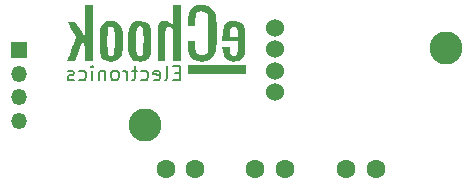
<source format=gbs>
G04 #@! TF.GenerationSoftware,KiCad,Pcbnew,(6.0.0)*
G04 #@! TF.CreationDate,2022-01-04T09:55:11+00:00*
G04 #@! TF.ProjectId,LEM_Breakout_Board,4c454d5f-4272-4656-916b-6f75745f426f,rev?*
G04 #@! TF.SameCoordinates,Original*
G04 #@! TF.FileFunction,Soldermask,Bot*
G04 #@! TF.FilePolarity,Negative*
%FSLAX46Y46*%
G04 Gerber Fmt 4.6, Leading zero omitted, Abs format (unit mm)*
G04 Created by KiCad (PCBNEW (6.0.0)) date 2022-01-04 09:55:11*
%MOMM*%
%LPD*%
G01*
G04 APERTURE LIST*
%ADD10C,0.200000*%
%ADD11C,0.120000*%
%ADD12C,1.600000*%
%ADD13R,1.350000X1.350000*%
%ADD14O,1.350000X1.350000*%
%ADD15C,1.524000*%
%ADD16C,2.800000*%
G04 APERTURE END LIST*
D10*
G04 #@! TO.C,G\u002A\u002A\u002A*
X127996122Y-97652443D02*
X127592789Y-97652443D01*
X127419932Y-98286252D02*
X127996122Y-98286252D01*
X127996122Y-97076252D01*
X127419932Y-97076252D01*
X126728503Y-98286252D02*
X126843741Y-98228633D01*
X126901361Y-98113395D01*
X126901361Y-97076252D01*
X125806599Y-98228633D02*
X125921837Y-98286252D01*
X126152313Y-98286252D01*
X126267551Y-98228633D01*
X126325170Y-98113395D01*
X126325170Y-97652443D01*
X126267551Y-97537205D01*
X126152313Y-97479586D01*
X125921837Y-97479586D01*
X125806599Y-97537205D01*
X125748980Y-97652443D01*
X125748980Y-97767681D01*
X126325170Y-97882919D01*
X124711837Y-98228633D02*
X124827075Y-98286252D01*
X125057551Y-98286252D01*
X125172789Y-98228633D01*
X125230408Y-98171014D01*
X125288027Y-98055776D01*
X125288027Y-97710062D01*
X125230408Y-97594824D01*
X125172789Y-97537205D01*
X125057551Y-97479586D01*
X124827075Y-97479586D01*
X124711837Y-97537205D01*
X124366122Y-97479586D02*
X123905170Y-97479586D01*
X124193265Y-97076252D02*
X124193265Y-98113395D01*
X124135646Y-98228633D01*
X124020408Y-98286252D01*
X123905170Y-98286252D01*
X123501837Y-98286252D02*
X123501837Y-97479586D01*
X123501837Y-97710062D02*
X123444218Y-97594824D01*
X123386599Y-97537205D01*
X123271361Y-97479586D01*
X123156122Y-97479586D01*
X122579932Y-98286252D02*
X122695170Y-98228633D01*
X122752789Y-98171014D01*
X122810408Y-98055776D01*
X122810408Y-97710062D01*
X122752789Y-97594824D01*
X122695170Y-97537205D01*
X122579932Y-97479586D01*
X122407075Y-97479586D01*
X122291837Y-97537205D01*
X122234218Y-97594824D01*
X122176599Y-97710062D01*
X122176599Y-98055776D01*
X122234218Y-98171014D01*
X122291837Y-98228633D01*
X122407075Y-98286252D01*
X122579932Y-98286252D01*
X121658027Y-97479586D02*
X121658027Y-98286252D01*
X121658027Y-97594824D02*
X121600408Y-97537205D01*
X121485170Y-97479586D01*
X121312313Y-97479586D01*
X121197075Y-97537205D01*
X121139456Y-97652443D01*
X121139456Y-98286252D01*
X120563265Y-98286252D02*
X120563265Y-97479586D01*
X120563265Y-97076252D02*
X120620884Y-97133872D01*
X120563265Y-97191491D01*
X120505646Y-97133872D01*
X120563265Y-97076252D01*
X120563265Y-97191491D01*
X119468503Y-98228633D02*
X119583741Y-98286252D01*
X119814218Y-98286252D01*
X119929456Y-98228633D01*
X119987075Y-98171014D01*
X120044694Y-98055776D01*
X120044694Y-97710062D01*
X119987075Y-97594824D01*
X119929456Y-97537205D01*
X119814218Y-97479586D01*
X119583741Y-97479586D01*
X119468503Y-97537205D01*
X119007551Y-98228633D02*
X118892313Y-98286252D01*
X118661837Y-98286252D01*
X118546599Y-98228633D01*
X118488980Y-98113395D01*
X118488980Y-98055776D01*
X118546599Y-97940538D01*
X118661837Y-97882919D01*
X118834694Y-97882919D01*
X118949932Y-97825300D01*
X119007551Y-97710062D01*
X119007551Y-97652443D01*
X118949932Y-97537205D01*
X118834694Y-97479586D01*
X118661837Y-97479586D01*
X118546599Y-97537205D01*
D11*
X133471361Y-97038872D02*
X128671361Y-97038872D01*
X128671361Y-97038872D02*
X128671361Y-97638872D01*
X128671361Y-97638872D02*
X133471361Y-97638872D01*
X133471361Y-97638872D02*
X133471361Y-97038872D01*
G36*
X133471361Y-97038872D02*
G01*
X128671361Y-97038872D01*
X128671361Y-97638872D01*
X133471361Y-97638872D01*
X133471361Y-97038872D01*
G37*
G36*
X123161707Y-95203483D02*
G01*
X123158964Y-95503370D01*
X123151138Y-95722361D01*
X123135696Y-95882284D01*
X123110107Y-96004970D01*
X123071841Y-96112248D01*
X123018364Y-96225947D01*
X122860805Y-96468420D01*
X122673176Y-96614633D01*
X122432448Y-96693240D01*
X122141943Y-96717309D01*
X121860607Y-96681052D01*
X121633673Y-96585728D01*
X121572610Y-96543383D01*
X121446971Y-96440853D01*
X121353450Y-96327343D01*
X121287386Y-96185497D01*
X121244117Y-95997959D01*
X121218982Y-95747371D01*
X121207320Y-95416379D01*
X121204565Y-95002196D01*
X121856364Y-95002196D01*
X121860683Y-95327747D01*
X121872940Y-95629509D01*
X121893134Y-95884699D01*
X121921266Y-96070536D01*
X121957335Y-96164236D01*
X122033982Y-96216419D01*
X122180668Y-96254745D01*
X122224204Y-96253462D01*
X122308757Y-96235728D01*
X122371650Y-96186119D01*
X122416037Y-96090756D01*
X122445071Y-95935756D01*
X122461905Y-95707239D01*
X122469693Y-95391324D01*
X122471588Y-94974129D01*
X122470907Y-94606450D01*
X122467742Y-94319575D01*
X122460524Y-94115736D01*
X122447686Y-93978510D01*
X122427662Y-93891471D01*
X122398884Y-93838194D01*
X122359786Y-93802256D01*
X122282029Y-93755623D01*
X122109826Y-93727869D01*
X121957335Y-93811013D01*
X121953829Y-93814996D01*
X121918461Y-93917754D01*
X121891030Y-94110635D01*
X121871537Y-94370857D01*
X121859982Y-94675639D01*
X121856364Y-95002196D01*
X121204565Y-95002196D01*
X121204468Y-94987625D01*
X121204896Y-94713954D01*
X121207870Y-94401354D01*
X121215191Y-94172444D01*
X121228601Y-94008574D01*
X121249840Y-93891093D01*
X121280651Y-93801352D01*
X121322775Y-93720700D01*
X121345415Y-93683610D01*
X121554401Y-93445134D01*
X121819575Y-93305357D01*
X122148927Y-93259823D01*
X122370994Y-93272944D01*
X122646336Y-93349741D01*
X122855619Y-93504863D01*
X123018364Y-93749303D01*
X123050903Y-93816270D01*
X123095387Y-93923630D01*
X123126106Y-94037030D01*
X123145592Y-94178300D01*
X123156376Y-94369269D01*
X123160990Y-94631768D01*
X123161929Y-94974129D01*
X123161966Y-94987625D01*
X123161707Y-95203483D01*
G37*
G36*
X130386287Y-91987435D02*
G01*
X130674410Y-92162093D01*
X130893546Y-92418720D01*
X131032145Y-92750933D01*
X131034572Y-92760773D01*
X131063215Y-92946212D01*
X131085479Y-93219121D01*
X131101356Y-93557003D01*
X131110841Y-93937359D01*
X131113926Y-94337693D01*
X131110603Y-94735504D01*
X131100867Y-95108296D01*
X131084710Y-95433569D01*
X131062125Y-95688827D01*
X131033105Y-95851570D01*
X130909409Y-96146221D01*
X130698150Y-96420391D01*
X130426574Y-96605327D01*
X130219953Y-96672537D01*
X129890216Y-96711497D01*
X129553575Y-96689247D01*
X129262262Y-96605770D01*
X129173804Y-96560407D01*
X128945636Y-96372276D01*
X128786853Y-96107620D01*
X128693975Y-95758956D01*
X128663519Y-95318804D01*
X128663198Y-94930028D01*
X129282313Y-94930028D01*
X129308476Y-95428490D01*
X129317305Y-95581117D01*
X129335750Y-95775037D01*
X129365270Y-95900147D01*
X129414407Y-95985975D01*
X129491699Y-96062050D01*
X129533835Y-96095109D01*
X129753607Y-96188141D01*
X129985288Y-96175768D01*
X130200689Y-96058144D01*
X130362291Y-95919140D01*
X130362291Y-92673592D01*
X130226319Y-92563488D01*
X130082493Y-92488461D01*
X129817672Y-92453384D01*
X129795495Y-92453507D01*
X129602255Y-92472833D01*
X129469165Y-92537250D01*
X129383938Y-92664150D01*
X129334286Y-92870928D01*
X129307923Y-93174979D01*
X129282313Y-93662908D01*
X128651737Y-93662908D01*
X128673328Y-93158940D01*
X128679927Y-93041240D01*
X128732369Y-92661832D01*
X128835471Y-92374075D01*
X128998618Y-92164681D01*
X129231191Y-92020359D01*
X129542574Y-91927821D01*
X129649282Y-91909558D01*
X130040727Y-91901129D01*
X130386287Y-91987435D01*
G37*
G36*
X128087235Y-96657919D02*
G01*
X127453674Y-96657919D01*
X127453674Y-93964138D01*
X127311710Y-93871119D01*
X127194249Y-93814023D01*
X127024510Y-93780865D01*
X126879171Y-93799211D01*
X126797478Y-93869206D01*
X126791606Y-93903673D01*
X126782261Y-94044180D01*
X126774257Y-94272379D01*
X126768017Y-94570868D01*
X126763963Y-94922247D01*
X126762518Y-95309115D01*
X126762518Y-96657919D01*
X126128958Y-96657919D01*
X126128958Y-95157553D01*
X126129313Y-94831274D01*
X126132942Y-94378102D01*
X126143375Y-94021550D01*
X126164083Y-93750055D01*
X126198533Y-93552054D01*
X126250195Y-93415983D01*
X126322540Y-93330279D01*
X126419035Y-93283378D01*
X126543151Y-93263717D01*
X126698356Y-93259733D01*
X126912229Y-93298670D01*
X127183214Y-93431254D01*
X127453674Y-93602775D01*
X127453674Y-91935017D01*
X128087235Y-91935017D01*
X128087235Y-96657919D01*
G37*
G36*
X133529924Y-95152695D02*
G01*
X133527488Y-95497535D01*
X133520884Y-95753131D01*
X133508510Y-95938066D01*
X133488761Y-96070924D01*
X133460032Y-96170289D01*
X133420721Y-96254745D01*
X133244629Y-96492263D01*
X132984864Y-96668270D01*
X132928040Y-96683327D01*
X132773557Y-96702307D01*
X132579752Y-96711378D01*
X132356752Y-96698675D01*
X132060063Y-96610785D01*
X131839721Y-96437533D01*
X131693066Y-96176469D01*
X131617437Y-95825144D01*
X131584497Y-95505992D01*
X132234173Y-95505992D01*
X132234173Y-95752360D01*
X132234227Y-95762535D01*
X132269837Y-95994182D01*
X132359689Y-96159439D01*
X132486673Y-96246326D01*
X132633677Y-96242861D01*
X132783591Y-96137063D01*
X132821045Y-96085184D01*
X132866024Y-95965116D01*
X132895553Y-95779473D01*
X132914756Y-95503503D01*
X132939420Y-94987625D01*
X131585212Y-94987625D01*
X131601998Y-94642046D01*
X132234173Y-94642046D01*
X132940209Y-94642046D01*
X132900671Y-94292579D01*
X132882946Y-94144914D01*
X132851003Y-93952882D01*
X132810285Y-93838040D01*
X132750142Y-93776055D01*
X132659922Y-93742594D01*
X132623277Y-93734615D01*
X132449299Y-93744181D01*
X132328120Y-93848831D01*
X132257244Y-94052172D01*
X132234173Y-94357814D01*
X132234173Y-94642046D01*
X131601998Y-94642046D01*
X131612489Y-94426060D01*
X131640305Y-94099877D01*
X131711361Y-93769479D01*
X131829980Y-93530860D01*
X132004723Y-93373449D01*
X132244154Y-93286669D01*
X132556835Y-93259949D01*
X132661350Y-93263094D01*
X132972848Y-93325923D01*
X133217853Y-93475688D01*
X133411785Y-93720700D01*
X133442090Y-93776144D01*
X133476236Y-93861057D01*
X133500268Y-93967903D01*
X133515928Y-94115332D01*
X133524958Y-94321996D01*
X133529098Y-94606543D01*
X133529191Y-94642046D01*
X133530092Y-94987625D01*
X133529924Y-95152695D01*
G37*
G36*
X125581401Y-95174102D02*
G01*
X125575543Y-95561185D01*
X125558988Y-95857533D01*
X125527073Y-96080503D01*
X125475136Y-96247451D01*
X125398518Y-96375734D01*
X125292555Y-96482708D01*
X125152587Y-96585728D01*
X125079472Y-96629822D01*
X124888421Y-96696158D01*
X124637334Y-96715426D01*
X124415266Y-96702305D01*
X124139925Y-96625508D01*
X123930642Y-96470386D01*
X123767896Y-96225947D01*
X123735357Y-96158979D01*
X123690874Y-96051619D01*
X123660155Y-95938219D01*
X123640669Y-95796949D01*
X123629884Y-95605980D01*
X123625270Y-95343481D01*
X123624294Y-94987625D01*
X123624469Y-94841517D01*
X124285288Y-94841517D01*
X124285659Y-95168010D01*
X124293320Y-95480547D01*
X124308272Y-95753882D01*
X124330516Y-95962767D01*
X124360053Y-96081956D01*
X124389458Y-96129274D01*
X124521554Y-96226971D01*
X124679281Y-96236671D01*
X124821646Y-96152142D01*
X124833510Y-96137932D01*
X124865558Y-96079398D01*
X124888661Y-95989191D01*
X124904210Y-95850609D01*
X124913595Y-95646953D01*
X124918206Y-95361523D01*
X124919434Y-94977617D01*
X124918950Y-94675121D01*
X124916055Y-94374536D01*
X124909121Y-94159128D01*
X124896548Y-94011993D01*
X124876736Y-93916228D01*
X124848084Y-93854930D01*
X124808991Y-93811197D01*
X124794149Y-93798512D01*
X124635575Y-93732421D01*
X124478426Y-93766299D01*
X124360160Y-93893293D01*
X124356675Y-93900932D01*
X124327900Y-94030776D01*
X124306409Y-94247653D01*
X124292205Y-94526316D01*
X124285288Y-94841517D01*
X123624469Y-94841517D01*
X123624553Y-94771766D01*
X123627296Y-94471879D01*
X123635123Y-94252888D01*
X123650565Y-94092965D01*
X123676153Y-93970279D01*
X123714420Y-93863001D01*
X123767896Y-93749303D01*
X123868681Y-93580663D01*
X124059248Y-93395161D01*
X124308958Y-93291878D01*
X124637334Y-93259823D01*
X124682425Y-93260518D01*
X125003291Y-93317625D01*
X125260981Y-93469534D01*
X125463486Y-93720700D01*
X125493790Y-93776144D01*
X125527936Y-93861057D01*
X125551969Y-93967903D01*
X125567629Y-94115332D01*
X125576659Y-94321996D01*
X125580799Y-94606543D01*
X125581766Y-94977617D01*
X125581792Y-94987625D01*
X125581401Y-95174102D01*
G37*
G36*
X120657303Y-96657919D02*
G01*
X119966146Y-96657919D01*
X119966146Y-96018847D01*
X119966090Y-95975605D01*
X119960691Y-95677079D01*
X119944402Y-95466463D01*
X119914268Y-95319641D01*
X119867333Y-95212498D01*
X119858389Y-95197565D01*
X119784695Y-95089617D01*
X119737741Y-95045617D01*
X119728291Y-95057456D01*
X119683893Y-95153561D01*
X119612551Y-95330566D01*
X119521751Y-95569545D01*
X119418981Y-95851570D01*
X119130999Y-96657126D01*
X118801268Y-96657523D01*
X118471538Y-96657919D01*
X118637054Y-96211547D01*
X118671987Y-96117485D01*
X118779926Y-95827930D01*
X118900392Y-95505907D01*
X119013237Y-95205310D01*
X119223904Y-94645445D01*
X118846272Y-94005381D01*
X118822383Y-93964842D01*
X118684136Y-93728230D01*
X118571756Y-93532532D01*
X118496254Y-93397110D01*
X118468640Y-93341323D01*
X118501643Y-93330946D01*
X118621859Y-93321267D01*
X118799820Y-93317662D01*
X119130999Y-93317994D01*
X119534173Y-93980624D01*
X119937348Y-94643254D01*
X119952789Y-93289136D01*
X119968231Y-91935017D01*
X120657303Y-91935017D01*
X120657303Y-96657919D01*
G37*
G04 #@! TD*
D12*
G04 #@! TO.C,C2*
X136900000Y-105820000D03*
X134400000Y-105820000D03*
G04 #@! TD*
G04 #@! TO.C,C3*
X126800000Y-105820000D03*
X129300000Y-105820000D03*
G04 #@! TD*
G04 #@! TO.C,C1*
X144600000Y-105820000D03*
X142100000Y-105820000D03*
G04 #@! TD*
D13*
G04 #@! TO.C,J2*
X114400000Y-95720000D03*
D14*
X114400000Y-97720000D03*
X114400000Y-99720000D03*
X114400000Y-101720000D03*
G04 #@! TD*
D15*
G04 #@! TO.C,J1*
X136039999Y-93880001D03*
X136039999Y-95680001D03*
X136039999Y-97480001D03*
X136039999Y-99280001D03*
D16*
X125039999Y-102080001D03*
X150539999Y-95580001D03*
G04 #@! TD*
M02*

</source>
